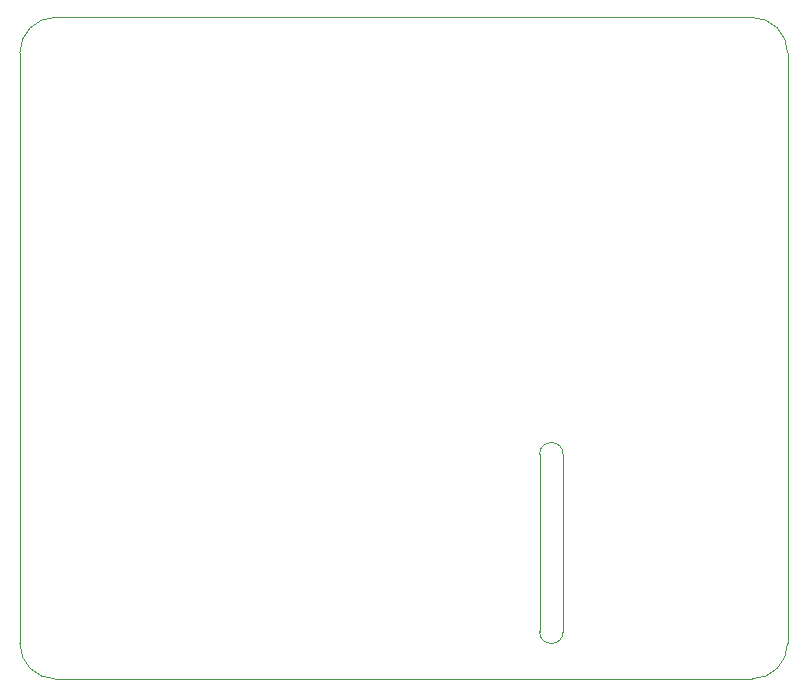
<source format=gbr>
%TF.GenerationSoftware,KiCad,Pcbnew,(5.0.0-rc3-dev-2-g101b68b61)*%
%TF.CreationDate,2018-07-10T18:38:07+02:00*%
%TF.ProjectId,mobilt_eeg_frontend-exjobb2018,6D6F62696C745F6565675F66726F6E74,rev?*%
%TF.SameCoordinates,Original*%
%TF.FileFunction,Profile,NP*%
%FSLAX46Y46*%
G04 Gerber Fmt 4.6, Leading zero omitted, Abs format (unit mm)*
G04 Created by KiCad (PCBNEW (5.0.0-rc3-dev-2-g101b68b61)) date 07/10/18 18:38:07*
%MOMM*%
%LPD*%
G01*
G04 APERTURE LIST*
%ADD10C,0.100000*%
G04 APERTURE END LIST*
D10*
X244000000Y-146000000D02*
X244000000Y-131000000D01*
X246000000Y-131000000D02*
X246000000Y-146000000D01*
X246000000Y-131000000D02*
G75*
G03X244000000Y-131000000I-1000000J0D01*
G01*
X244000000Y-146000000D02*
G75*
G03X246000000Y-146000000I1000000J0D01*
G01*
X200000000Y-97000000D02*
X200000000Y-113170000D01*
X265000000Y-97000000D02*
G75*
G03X262000000Y-94000000I-3000000J0D01*
G01*
X262000000Y-150000000D02*
G75*
G03X265000000Y-147000000I0J3000000D01*
G01*
X200000000Y-147000000D02*
G75*
G03X203000000Y-150000000I3000000J0D01*
G01*
X203000000Y-94000000D02*
G75*
G03X200000000Y-97000000I0J-3000000D01*
G01*
X262000000Y-94000000D02*
X203000000Y-94000000D01*
X265000000Y-147000000D02*
X265000000Y-97000000D01*
X203000000Y-150000000D02*
X262000000Y-150000000D01*
X200000000Y-113170000D02*
X200000000Y-147000000D01*
M02*

</source>
